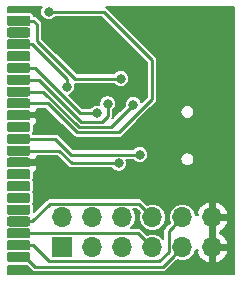
<source format=gbr>
G04 #@! TF.GenerationSoftware,KiCad,Pcbnew,5.1.2+dfsg1-1*
G04 #@! TF.CreationDate,2019-07-11T20:13:01+09:00*
G04 #@! TF.ProjectId,slice_sdusbios,736c6963-655f-4736-9475-7362696f732e,rev?*
G04 #@! TF.SameCoordinates,Original*
G04 #@! TF.FileFunction,Copper,L2,Bot*
G04 #@! TF.FilePolarity,Positive*
%FSLAX46Y46*%
G04 Gerber Fmt 4.6, Leading zero omitted, Abs format (unit mm)*
G04 Created by KiCad (PCBNEW 5.1.2+dfsg1-1) date 2019-07-11 20:13:01*
%MOMM*%
%LPD*%
G04 APERTURE LIST*
%ADD10C,0.150000*%
%ADD11C,0.850000*%
%ADD12R,0.850000X0.850000*%
%ADD13O,0.850000X0.850000*%
%ADD14O,1.700000X1.700000*%
%ADD15R,1.700000X1.700000*%
%ADD16C,0.800000*%
%ADD17C,0.250000*%
%ADD18C,0.127000*%
G04 APERTURE END LIST*
D10*
G36*
X145478329Y-104076023D02*
G01*
X145498957Y-104079083D01*
X145519185Y-104084150D01*
X145538820Y-104091176D01*
X145557672Y-104100092D01*
X145575559Y-104110813D01*
X145592309Y-104123235D01*
X145607760Y-104137240D01*
X145621765Y-104152691D01*
X145634187Y-104169441D01*
X145644908Y-104187328D01*
X145653824Y-104206180D01*
X145660850Y-104225815D01*
X145665917Y-104246043D01*
X145668977Y-104266671D01*
X145670000Y-104287500D01*
X145670000Y-104712500D01*
X145668977Y-104733329D01*
X145665917Y-104753957D01*
X145660850Y-104774185D01*
X145653824Y-104793820D01*
X145644908Y-104812672D01*
X145634187Y-104830559D01*
X145621765Y-104847309D01*
X145607760Y-104862760D01*
X145592309Y-104876765D01*
X145575559Y-104889187D01*
X145557672Y-104899908D01*
X145538820Y-104908824D01*
X145519185Y-104915850D01*
X145498957Y-104920917D01*
X145478329Y-104923977D01*
X145457500Y-104925000D01*
X143882500Y-104925000D01*
X143861671Y-104923977D01*
X143841043Y-104920917D01*
X143820815Y-104915850D01*
X143801180Y-104908824D01*
X143782328Y-104899908D01*
X143764441Y-104889187D01*
X143747691Y-104876765D01*
X143732240Y-104862760D01*
X143718235Y-104847309D01*
X143705813Y-104830559D01*
X143695092Y-104812672D01*
X143686176Y-104793820D01*
X143679150Y-104774185D01*
X143674083Y-104753957D01*
X143671023Y-104733329D01*
X143670000Y-104712500D01*
X143670000Y-104287500D01*
X143671023Y-104266671D01*
X143674083Y-104246043D01*
X143679150Y-104225815D01*
X143686176Y-104206180D01*
X143695092Y-104187328D01*
X143705813Y-104169441D01*
X143718235Y-104152691D01*
X143732240Y-104137240D01*
X143747691Y-104123235D01*
X143764441Y-104110813D01*
X143782328Y-104100092D01*
X143801180Y-104091176D01*
X143820815Y-104084150D01*
X143841043Y-104079083D01*
X143861671Y-104076023D01*
X143882500Y-104075000D01*
X145457500Y-104075000D01*
X145478329Y-104076023D01*
X145478329Y-104076023D01*
G37*
D11*
X144670000Y-104500000D03*
D10*
G36*
X145478329Y-103076023D02*
G01*
X145498957Y-103079083D01*
X145519185Y-103084150D01*
X145538820Y-103091176D01*
X145557672Y-103100092D01*
X145575559Y-103110813D01*
X145592309Y-103123235D01*
X145607760Y-103137240D01*
X145621765Y-103152691D01*
X145634187Y-103169441D01*
X145644908Y-103187328D01*
X145653824Y-103206180D01*
X145660850Y-103225815D01*
X145665917Y-103246043D01*
X145668977Y-103266671D01*
X145670000Y-103287500D01*
X145670000Y-103712500D01*
X145668977Y-103733329D01*
X145665917Y-103753957D01*
X145660850Y-103774185D01*
X145653824Y-103793820D01*
X145644908Y-103812672D01*
X145634187Y-103830559D01*
X145621765Y-103847309D01*
X145607760Y-103862760D01*
X145592309Y-103876765D01*
X145575559Y-103889187D01*
X145557672Y-103899908D01*
X145538820Y-103908824D01*
X145519185Y-103915850D01*
X145498957Y-103920917D01*
X145478329Y-103923977D01*
X145457500Y-103925000D01*
X143882500Y-103925000D01*
X143861671Y-103923977D01*
X143841043Y-103920917D01*
X143820815Y-103915850D01*
X143801180Y-103908824D01*
X143782328Y-103899908D01*
X143764441Y-103889187D01*
X143747691Y-103876765D01*
X143732240Y-103862760D01*
X143718235Y-103847309D01*
X143705813Y-103830559D01*
X143695092Y-103812672D01*
X143686176Y-103793820D01*
X143679150Y-103774185D01*
X143674083Y-103753957D01*
X143671023Y-103733329D01*
X143670000Y-103712500D01*
X143670000Y-103287500D01*
X143671023Y-103266671D01*
X143674083Y-103246043D01*
X143679150Y-103225815D01*
X143686176Y-103206180D01*
X143695092Y-103187328D01*
X143705813Y-103169441D01*
X143718235Y-103152691D01*
X143732240Y-103137240D01*
X143747691Y-103123235D01*
X143764441Y-103110813D01*
X143782328Y-103100092D01*
X143801180Y-103091176D01*
X143820815Y-103084150D01*
X143841043Y-103079083D01*
X143861671Y-103076023D01*
X143882500Y-103075000D01*
X145457500Y-103075000D01*
X145478329Y-103076023D01*
X145478329Y-103076023D01*
G37*
D11*
X144670000Y-103500000D03*
D10*
G36*
X145478329Y-102076023D02*
G01*
X145498957Y-102079083D01*
X145519185Y-102084150D01*
X145538820Y-102091176D01*
X145557672Y-102100092D01*
X145575559Y-102110813D01*
X145592309Y-102123235D01*
X145607760Y-102137240D01*
X145621765Y-102152691D01*
X145634187Y-102169441D01*
X145644908Y-102187328D01*
X145653824Y-102206180D01*
X145660850Y-102225815D01*
X145665917Y-102246043D01*
X145668977Y-102266671D01*
X145670000Y-102287500D01*
X145670000Y-102712500D01*
X145668977Y-102733329D01*
X145665917Y-102753957D01*
X145660850Y-102774185D01*
X145653824Y-102793820D01*
X145644908Y-102812672D01*
X145634187Y-102830559D01*
X145621765Y-102847309D01*
X145607760Y-102862760D01*
X145592309Y-102876765D01*
X145575559Y-102889187D01*
X145557672Y-102899908D01*
X145538820Y-102908824D01*
X145519185Y-102915850D01*
X145498957Y-102920917D01*
X145478329Y-102923977D01*
X145457500Y-102925000D01*
X143882500Y-102925000D01*
X143861671Y-102923977D01*
X143841043Y-102920917D01*
X143820815Y-102915850D01*
X143801180Y-102908824D01*
X143782328Y-102899908D01*
X143764441Y-102889187D01*
X143747691Y-102876765D01*
X143732240Y-102862760D01*
X143718235Y-102847309D01*
X143705813Y-102830559D01*
X143695092Y-102812672D01*
X143686176Y-102793820D01*
X143679150Y-102774185D01*
X143674083Y-102753957D01*
X143671023Y-102733329D01*
X143670000Y-102712500D01*
X143670000Y-102287500D01*
X143671023Y-102266671D01*
X143674083Y-102246043D01*
X143679150Y-102225815D01*
X143686176Y-102206180D01*
X143695092Y-102187328D01*
X143705813Y-102169441D01*
X143718235Y-102152691D01*
X143732240Y-102137240D01*
X143747691Y-102123235D01*
X143764441Y-102110813D01*
X143782328Y-102100092D01*
X143801180Y-102091176D01*
X143820815Y-102084150D01*
X143841043Y-102079083D01*
X143861671Y-102076023D01*
X143882500Y-102075000D01*
X145457500Y-102075000D01*
X145478329Y-102076023D01*
X145478329Y-102076023D01*
G37*
D11*
X144670000Y-102500000D03*
D10*
G36*
X145478329Y-101076023D02*
G01*
X145498957Y-101079083D01*
X145519185Y-101084150D01*
X145538820Y-101091176D01*
X145557672Y-101100092D01*
X145575559Y-101110813D01*
X145592309Y-101123235D01*
X145607760Y-101137240D01*
X145621765Y-101152691D01*
X145634187Y-101169441D01*
X145644908Y-101187328D01*
X145653824Y-101206180D01*
X145660850Y-101225815D01*
X145665917Y-101246043D01*
X145668977Y-101266671D01*
X145670000Y-101287500D01*
X145670000Y-101712500D01*
X145668977Y-101733329D01*
X145665917Y-101753957D01*
X145660850Y-101774185D01*
X145653824Y-101793820D01*
X145644908Y-101812672D01*
X145634187Y-101830559D01*
X145621765Y-101847309D01*
X145607760Y-101862760D01*
X145592309Y-101876765D01*
X145575559Y-101889187D01*
X145557672Y-101899908D01*
X145538820Y-101908824D01*
X145519185Y-101915850D01*
X145498957Y-101920917D01*
X145478329Y-101923977D01*
X145457500Y-101925000D01*
X143882500Y-101925000D01*
X143861671Y-101923977D01*
X143841043Y-101920917D01*
X143820815Y-101915850D01*
X143801180Y-101908824D01*
X143782328Y-101899908D01*
X143764441Y-101889187D01*
X143747691Y-101876765D01*
X143732240Y-101862760D01*
X143718235Y-101847309D01*
X143705813Y-101830559D01*
X143695092Y-101812672D01*
X143686176Y-101793820D01*
X143679150Y-101774185D01*
X143674083Y-101753957D01*
X143671023Y-101733329D01*
X143670000Y-101712500D01*
X143670000Y-101287500D01*
X143671023Y-101266671D01*
X143674083Y-101246043D01*
X143679150Y-101225815D01*
X143686176Y-101206180D01*
X143695092Y-101187328D01*
X143705813Y-101169441D01*
X143718235Y-101152691D01*
X143732240Y-101137240D01*
X143747691Y-101123235D01*
X143764441Y-101110813D01*
X143782328Y-101100092D01*
X143801180Y-101091176D01*
X143820815Y-101084150D01*
X143841043Y-101079083D01*
X143861671Y-101076023D01*
X143882500Y-101075000D01*
X145457500Y-101075000D01*
X145478329Y-101076023D01*
X145478329Y-101076023D01*
G37*
D11*
X144670000Y-101500000D03*
D10*
G36*
X145478329Y-100076023D02*
G01*
X145498957Y-100079083D01*
X145519185Y-100084150D01*
X145538820Y-100091176D01*
X145557672Y-100100092D01*
X145575559Y-100110813D01*
X145592309Y-100123235D01*
X145607760Y-100137240D01*
X145621765Y-100152691D01*
X145634187Y-100169441D01*
X145644908Y-100187328D01*
X145653824Y-100206180D01*
X145660850Y-100225815D01*
X145665917Y-100246043D01*
X145668977Y-100266671D01*
X145670000Y-100287500D01*
X145670000Y-100712500D01*
X145668977Y-100733329D01*
X145665917Y-100753957D01*
X145660850Y-100774185D01*
X145653824Y-100793820D01*
X145644908Y-100812672D01*
X145634187Y-100830559D01*
X145621765Y-100847309D01*
X145607760Y-100862760D01*
X145592309Y-100876765D01*
X145575559Y-100889187D01*
X145557672Y-100899908D01*
X145538820Y-100908824D01*
X145519185Y-100915850D01*
X145498957Y-100920917D01*
X145478329Y-100923977D01*
X145457500Y-100925000D01*
X143882500Y-100925000D01*
X143861671Y-100923977D01*
X143841043Y-100920917D01*
X143820815Y-100915850D01*
X143801180Y-100908824D01*
X143782328Y-100899908D01*
X143764441Y-100889187D01*
X143747691Y-100876765D01*
X143732240Y-100862760D01*
X143718235Y-100847309D01*
X143705813Y-100830559D01*
X143695092Y-100812672D01*
X143686176Y-100793820D01*
X143679150Y-100774185D01*
X143674083Y-100753957D01*
X143671023Y-100733329D01*
X143670000Y-100712500D01*
X143670000Y-100287500D01*
X143671023Y-100266671D01*
X143674083Y-100246043D01*
X143679150Y-100225815D01*
X143686176Y-100206180D01*
X143695092Y-100187328D01*
X143705813Y-100169441D01*
X143718235Y-100152691D01*
X143732240Y-100137240D01*
X143747691Y-100123235D01*
X143764441Y-100110813D01*
X143782328Y-100100092D01*
X143801180Y-100091176D01*
X143820815Y-100084150D01*
X143841043Y-100079083D01*
X143861671Y-100076023D01*
X143882500Y-100075000D01*
X145457500Y-100075000D01*
X145478329Y-100076023D01*
X145478329Y-100076023D01*
G37*
D11*
X144670000Y-100500000D03*
D10*
G36*
X145478329Y-99076023D02*
G01*
X145498957Y-99079083D01*
X145519185Y-99084150D01*
X145538820Y-99091176D01*
X145557672Y-99100092D01*
X145575559Y-99110813D01*
X145592309Y-99123235D01*
X145607760Y-99137240D01*
X145621765Y-99152691D01*
X145634187Y-99169441D01*
X145644908Y-99187328D01*
X145653824Y-99206180D01*
X145660850Y-99225815D01*
X145665917Y-99246043D01*
X145668977Y-99266671D01*
X145670000Y-99287500D01*
X145670000Y-99712500D01*
X145668977Y-99733329D01*
X145665917Y-99753957D01*
X145660850Y-99774185D01*
X145653824Y-99793820D01*
X145644908Y-99812672D01*
X145634187Y-99830559D01*
X145621765Y-99847309D01*
X145607760Y-99862760D01*
X145592309Y-99876765D01*
X145575559Y-99889187D01*
X145557672Y-99899908D01*
X145538820Y-99908824D01*
X145519185Y-99915850D01*
X145498957Y-99920917D01*
X145478329Y-99923977D01*
X145457500Y-99925000D01*
X143882500Y-99925000D01*
X143861671Y-99923977D01*
X143841043Y-99920917D01*
X143820815Y-99915850D01*
X143801180Y-99908824D01*
X143782328Y-99899908D01*
X143764441Y-99889187D01*
X143747691Y-99876765D01*
X143732240Y-99862760D01*
X143718235Y-99847309D01*
X143705813Y-99830559D01*
X143695092Y-99812672D01*
X143686176Y-99793820D01*
X143679150Y-99774185D01*
X143674083Y-99753957D01*
X143671023Y-99733329D01*
X143670000Y-99712500D01*
X143670000Y-99287500D01*
X143671023Y-99266671D01*
X143674083Y-99246043D01*
X143679150Y-99225815D01*
X143686176Y-99206180D01*
X143695092Y-99187328D01*
X143705813Y-99169441D01*
X143718235Y-99152691D01*
X143732240Y-99137240D01*
X143747691Y-99123235D01*
X143764441Y-99110813D01*
X143782328Y-99100092D01*
X143801180Y-99091176D01*
X143820815Y-99084150D01*
X143841043Y-99079083D01*
X143861671Y-99076023D01*
X143882500Y-99075000D01*
X145457500Y-99075000D01*
X145478329Y-99076023D01*
X145478329Y-99076023D01*
G37*
D11*
X144670000Y-99500000D03*
D10*
G36*
X145478329Y-98076023D02*
G01*
X145498957Y-98079083D01*
X145519185Y-98084150D01*
X145538820Y-98091176D01*
X145557672Y-98100092D01*
X145575559Y-98110813D01*
X145592309Y-98123235D01*
X145607760Y-98137240D01*
X145621765Y-98152691D01*
X145634187Y-98169441D01*
X145644908Y-98187328D01*
X145653824Y-98206180D01*
X145660850Y-98225815D01*
X145665917Y-98246043D01*
X145668977Y-98266671D01*
X145670000Y-98287500D01*
X145670000Y-98712500D01*
X145668977Y-98733329D01*
X145665917Y-98753957D01*
X145660850Y-98774185D01*
X145653824Y-98793820D01*
X145644908Y-98812672D01*
X145634187Y-98830559D01*
X145621765Y-98847309D01*
X145607760Y-98862760D01*
X145592309Y-98876765D01*
X145575559Y-98889187D01*
X145557672Y-98899908D01*
X145538820Y-98908824D01*
X145519185Y-98915850D01*
X145498957Y-98920917D01*
X145478329Y-98923977D01*
X145457500Y-98925000D01*
X143882500Y-98925000D01*
X143861671Y-98923977D01*
X143841043Y-98920917D01*
X143820815Y-98915850D01*
X143801180Y-98908824D01*
X143782328Y-98899908D01*
X143764441Y-98889187D01*
X143747691Y-98876765D01*
X143732240Y-98862760D01*
X143718235Y-98847309D01*
X143705813Y-98830559D01*
X143695092Y-98812672D01*
X143686176Y-98793820D01*
X143679150Y-98774185D01*
X143674083Y-98753957D01*
X143671023Y-98733329D01*
X143670000Y-98712500D01*
X143670000Y-98287500D01*
X143671023Y-98266671D01*
X143674083Y-98246043D01*
X143679150Y-98225815D01*
X143686176Y-98206180D01*
X143695092Y-98187328D01*
X143705813Y-98169441D01*
X143718235Y-98152691D01*
X143732240Y-98137240D01*
X143747691Y-98123235D01*
X143764441Y-98110813D01*
X143782328Y-98100092D01*
X143801180Y-98091176D01*
X143820815Y-98084150D01*
X143841043Y-98079083D01*
X143861671Y-98076023D01*
X143882500Y-98075000D01*
X145457500Y-98075000D01*
X145478329Y-98076023D01*
X145478329Y-98076023D01*
G37*
D11*
X144670000Y-98500000D03*
D10*
G36*
X145478329Y-97076023D02*
G01*
X145498957Y-97079083D01*
X145519185Y-97084150D01*
X145538820Y-97091176D01*
X145557672Y-97100092D01*
X145575559Y-97110813D01*
X145592309Y-97123235D01*
X145607760Y-97137240D01*
X145621765Y-97152691D01*
X145634187Y-97169441D01*
X145644908Y-97187328D01*
X145653824Y-97206180D01*
X145660850Y-97225815D01*
X145665917Y-97246043D01*
X145668977Y-97266671D01*
X145670000Y-97287500D01*
X145670000Y-97712500D01*
X145668977Y-97733329D01*
X145665917Y-97753957D01*
X145660850Y-97774185D01*
X145653824Y-97793820D01*
X145644908Y-97812672D01*
X145634187Y-97830559D01*
X145621765Y-97847309D01*
X145607760Y-97862760D01*
X145592309Y-97876765D01*
X145575559Y-97889187D01*
X145557672Y-97899908D01*
X145538820Y-97908824D01*
X145519185Y-97915850D01*
X145498957Y-97920917D01*
X145478329Y-97923977D01*
X145457500Y-97925000D01*
X143882500Y-97925000D01*
X143861671Y-97923977D01*
X143841043Y-97920917D01*
X143820815Y-97915850D01*
X143801180Y-97908824D01*
X143782328Y-97899908D01*
X143764441Y-97889187D01*
X143747691Y-97876765D01*
X143732240Y-97862760D01*
X143718235Y-97847309D01*
X143705813Y-97830559D01*
X143695092Y-97812672D01*
X143686176Y-97793820D01*
X143679150Y-97774185D01*
X143674083Y-97753957D01*
X143671023Y-97733329D01*
X143670000Y-97712500D01*
X143670000Y-97287500D01*
X143671023Y-97266671D01*
X143674083Y-97246043D01*
X143679150Y-97225815D01*
X143686176Y-97206180D01*
X143695092Y-97187328D01*
X143705813Y-97169441D01*
X143718235Y-97152691D01*
X143732240Y-97137240D01*
X143747691Y-97123235D01*
X143764441Y-97110813D01*
X143782328Y-97100092D01*
X143801180Y-97091176D01*
X143820815Y-97084150D01*
X143841043Y-97079083D01*
X143861671Y-97076023D01*
X143882500Y-97075000D01*
X145457500Y-97075000D01*
X145478329Y-97076023D01*
X145478329Y-97076023D01*
G37*
D11*
X144670000Y-97500000D03*
D10*
G36*
X145478329Y-96076023D02*
G01*
X145498957Y-96079083D01*
X145519185Y-96084150D01*
X145538820Y-96091176D01*
X145557672Y-96100092D01*
X145575559Y-96110813D01*
X145592309Y-96123235D01*
X145607760Y-96137240D01*
X145621765Y-96152691D01*
X145634187Y-96169441D01*
X145644908Y-96187328D01*
X145653824Y-96206180D01*
X145660850Y-96225815D01*
X145665917Y-96246043D01*
X145668977Y-96266671D01*
X145670000Y-96287500D01*
X145670000Y-96712500D01*
X145668977Y-96733329D01*
X145665917Y-96753957D01*
X145660850Y-96774185D01*
X145653824Y-96793820D01*
X145644908Y-96812672D01*
X145634187Y-96830559D01*
X145621765Y-96847309D01*
X145607760Y-96862760D01*
X145592309Y-96876765D01*
X145575559Y-96889187D01*
X145557672Y-96899908D01*
X145538820Y-96908824D01*
X145519185Y-96915850D01*
X145498957Y-96920917D01*
X145478329Y-96923977D01*
X145457500Y-96925000D01*
X143882500Y-96925000D01*
X143861671Y-96923977D01*
X143841043Y-96920917D01*
X143820815Y-96915850D01*
X143801180Y-96908824D01*
X143782328Y-96899908D01*
X143764441Y-96889187D01*
X143747691Y-96876765D01*
X143732240Y-96862760D01*
X143718235Y-96847309D01*
X143705813Y-96830559D01*
X143695092Y-96812672D01*
X143686176Y-96793820D01*
X143679150Y-96774185D01*
X143674083Y-96753957D01*
X143671023Y-96733329D01*
X143670000Y-96712500D01*
X143670000Y-96287500D01*
X143671023Y-96266671D01*
X143674083Y-96246043D01*
X143679150Y-96225815D01*
X143686176Y-96206180D01*
X143695092Y-96187328D01*
X143705813Y-96169441D01*
X143718235Y-96152691D01*
X143732240Y-96137240D01*
X143747691Y-96123235D01*
X143764441Y-96110813D01*
X143782328Y-96100092D01*
X143801180Y-96091176D01*
X143820815Y-96084150D01*
X143841043Y-96079083D01*
X143861671Y-96076023D01*
X143882500Y-96075000D01*
X145457500Y-96075000D01*
X145478329Y-96076023D01*
X145478329Y-96076023D01*
G37*
D11*
X144670000Y-96500000D03*
D10*
G36*
X145478329Y-95076023D02*
G01*
X145498957Y-95079083D01*
X145519185Y-95084150D01*
X145538820Y-95091176D01*
X145557672Y-95100092D01*
X145575559Y-95110813D01*
X145592309Y-95123235D01*
X145607760Y-95137240D01*
X145621765Y-95152691D01*
X145634187Y-95169441D01*
X145644908Y-95187328D01*
X145653824Y-95206180D01*
X145660850Y-95225815D01*
X145665917Y-95246043D01*
X145668977Y-95266671D01*
X145670000Y-95287500D01*
X145670000Y-95712500D01*
X145668977Y-95733329D01*
X145665917Y-95753957D01*
X145660850Y-95774185D01*
X145653824Y-95793820D01*
X145644908Y-95812672D01*
X145634187Y-95830559D01*
X145621765Y-95847309D01*
X145607760Y-95862760D01*
X145592309Y-95876765D01*
X145575559Y-95889187D01*
X145557672Y-95899908D01*
X145538820Y-95908824D01*
X145519185Y-95915850D01*
X145498957Y-95920917D01*
X145478329Y-95923977D01*
X145457500Y-95925000D01*
X143882500Y-95925000D01*
X143861671Y-95923977D01*
X143841043Y-95920917D01*
X143820815Y-95915850D01*
X143801180Y-95908824D01*
X143782328Y-95899908D01*
X143764441Y-95889187D01*
X143747691Y-95876765D01*
X143732240Y-95862760D01*
X143718235Y-95847309D01*
X143705813Y-95830559D01*
X143695092Y-95812672D01*
X143686176Y-95793820D01*
X143679150Y-95774185D01*
X143674083Y-95753957D01*
X143671023Y-95733329D01*
X143670000Y-95712500D01*
X143670000Y-95287500D01*
X143671023Y-95266671D01*
X143674083Y-95246043D01*
X143679150Y-95225815D01*
X143686176Y-95206180D01*
X143695092Y-95187328D01*
X143705813Y-95169441D01*
X143718235Y-95152691D01*
X143732240Y-95137240D01*
X143747691Y-95123235D01*
X143764441Y-95110813D01*
X143782328Y-95100092D01*
X143801180Y-95091176D01*
X143820815Y-95084150D01*
X143841043Y-95079083D01*
X143861671Y-95076023D01*
X143882500Y-95075000D01*
X145457500Y-95075000D01*
X145478329Y-95076023D01*
X145478329Y-95076023D01*
G37*
D11*
X144670000Y-95500000D03*
D10*
G36*
X145478329Y-94076023D02*
G01*
X145498957Y-94079083D01*
X145519185Y-94084150D01*
X145538820Y-94091176D01*
X145557672Y-94100092D01*
X145575559Y-94110813D01*
X145592309Y-94123235D01*
X145607760Y-94137240D01*
X145621765Y-94152691D01*
X145634187Y-94169441D01*
X145644908Y-94187328D01*
X145653824Y-94206180D01*
X145660850Y-94225815D01*
X145665917Y-94246043D01*
X145668977Y-94266671D01*
X145670000Y-94287500D01*
X145670000Y-94712500D01*
X145668977Y-94733329D01*
X145665917Y-94753957D01*
X145660850Y-94774185D01*
X145653824Y-94793820D01*
X145644908Y-94812672D01*
X145634187Y-94830559D01*
X145621765Y-94847309D01*
X145607760Y-94862760D01*
X145592309Y-94876765D01*
X145575559Y-94889187D01*
X145557672Y-94899908D01*
X145538820Y-94908824D01*
X145519185Y-94915850D01*
X145498957Y-94920917D01*
X145478329Y-94923977D01*
X145457500Y-94925000D01*
X143882500Y-94925000D01*
X143861671Y-94923977D01*
X143841043Y-94920917D01*
X143820815Y-94915850D01*
X143801180Y-94908824D01*
X143782328Y-94899908D01*
X143764441Y-94889187D01*
X143747691Y-94876765D01*
X143732240Y-94862760D01*
X143718235Y-94847309D01*
X143705813Y-94830559D01*
X143695092Y-94812672D01*
X143686176Y-94793820D01*
X143679150Y-94774185D01*
X143674083Y-94753957D01*
X143671023Y-94733329D01*
X143670000Y-94712500D01*
X143670000Y-94287500D01*
X143671023Y-94266671D01*
X143674083Y-94246043D01*
X143679150Y-94225815D01*
X143686176Y-94206180D01*
X143695092Y-94187328D01*
X143705813Y-94169441D01*
X143718235Y-94152691D01*
X143732240Y-94137240D01*
X143747691Y-94123235D01*
X143764441Y-94110813D01*
X143782328Y-94100092D01*
X143801180Y-94091176D01*
X143820815Y-94084150D01*
X143841043Y-94079083D01*
X143861671Y-94076023D01*
X143882500Y-94075000D01*
X145457500Y-94075000D01*
X145478329Y-94076023D01*
X145478329Y-94076023D01*
G37*
D11*
X144670000Y-94500000D03*
D10*
G36*
X145478329Y-93076023D02*
G01*
X145498957Y-93079083D01*
X145519185Y-93084150D01*
X145538820Y-93091176D01*
X145557672Y-93100092D01*
X145575559Y-93110813D01*
X145592309Y-93123235D01*
X145607760Y-93137240D01*
X145621765Y-93152691D01*
X145634187Y-93169441D01*
X145644908Y-93187328D01*
X145653824Y-93206180D01*
X145660850Y-93225815D01*
X145665917Y-93246043D01*
X145668977Y-93266671D01*
X145670000Y-93287500D01*
X145670000Y-93712500D01*
X145668977Y-93733329D01*
X145665917Y-93753957D01*
X145660850Y-93774185D01*
X145653824Y-93793820D01*
X145644908Y-93812672D01*
X145634187Y-93830559D01*
X145621765Y-93847309D01*
X145607760Y-93862760D01*
X145592309Y-93876765D01*
X145575559Y-93889187D01*
X145557672Y-93899908D01*
X145538820Y-93908824D01*
X145519185Y-93915850D01*
X145498957Y-93920917D01*
X145478329Y-93923977D01*
X145457500Y-93925000D01*
X143882500Y-93925000D01*
X143861671Y-93923977D01*
X143841043Y-93920917D01*
X143820815Y-93915850D01*
X143801180Y-93908824D01*
X143782328Y-93899908D01*
X143764441Y-93889187D01*
X143747691Y-93876765D01*
X143732240Y-93862760D01*
X143718235Y-93847309D01*
X143705813Y-93830559D01*
X143695092Y-93812672D01*
X143686176Y-93793820D01*
X143679150Y-93774185D01*
X143674083Y-93753957D01*
X143671023Y-93733329D01*
X143670000Y-93712500D01*
X143670000Y-93287500D01*
X143671023Y-93266671D01*
X143674083Y-93246043D01*
X143679150Y-93225815D01*
X143686176Y-93206180D01*
X143695092Y-93187328D01*
X143705813Y-93169441D01*
X143718235Y-93152691D01*
X143732240Y-93137240D01*
X143747691Y-93123235D01*
X143764441Y-93110813D01*
X143782328Y-93100092D01*
X143801180Y-93091176D01*
X143820815Y-93084150D01*
X143841043Y-93079083D01*
X143861671Y-93076023D01*
X143882500Y-93075000D01*
X145457500Y-93075000D01*
X145478329Y-93076023D01*
X145478329Y-93076023D01*
G37*
D11*
X144670000Y-93500000D03*
D10*
G36*
X145478329Y-92076023D02*
G01*
X145498957Y-92079083D01*
X145519185Y-92084150D01*
X145538820Y-92091176D01*
X145557672Y-92100092D01*
X145575559Y-92110813D01*
X145592309Y-92123235D01*
X145607760Y-92137240D01*
X145621765Y-92152691D01*
X145634187Y-92169441D01*
X145644908Y-92187328D01*
X145653824Y-92206180D01*
X145660850Y-92225815D01*
X145665917Y-92246043D01*
X145668977Y-92266671D01*
X145670000Y-92287500D01*
X145670000Y-92712500D01*
X145668977Y-92733329D01*
X145665917Y-92753957D01*
X145660850Y-92774185D01*
X145653824Y-92793820D01*
X145644908Y-92812672D01*
X145634187Y-92830559D01*
X145621765Y-92847309D01*
X145607760Y-92862760D01*
X145592309Y-92876765D01*
X145575559Y-92889187D01*
X145557672Y-92899908D01*
X145538820Y-92908824D01*
X145519185Y-92915850D01*
X145498957Y-92920917D01*
X145478329Y-92923977D01*
X145457500Y-92925000D01*
X143882500Y-92925000D01*
X143861671Y-92923977D01*
X143841043Y-92920917D01*
X143820815Y-92915850D01*
X143801180Y-92908824D01*
X143782328Y-92899908D01*
X143764441Y-92889187D01*
X143747691Y-92876765D01*
X143732240Y-92862760D01*
X143718235Y-92847309D01*
X143705813Y-92830559D01*
X143695092Y-92812672D01*
X143686176Y-92793820D01*
X143679150Y-92774185D01*
X143674083Y-92753957D01*
X143671023Y-92733329D01*
X143670000Y-92712500D01*
X143670000Y-92287500D01*
X143671023Y-92266671D01*
X143674083Y-92246043D01*
X143679150Y-92225815D01*
X143686176Y-92206180D01*
X143695092Y-92187328D01*
X143705813Y-92169441D01*
X143718235Y-92152691D01*
X143732240Y-92137240D01*
X143747691Y-92123235D01*
X143764441Y-92110813D01*
X143782328Y-92100092D01*
X143801180Y-92091176D01*
X143820815Y-92084150D01*
X143841043Y-92079083D01*
X143861671Y-92076023D01*
X143882500Y-92075000D01*
X145457500Y-92075000D01*
X145478329Y-92076023D01*
X145478329Y-92076023D01*
G37*
D11*
X144670000Y-92500000D03*
D10*
G36*
X145478329Y-91076023D02*
G01*
X145498957Y-91079083D01*
X145519185Y-91084150D01*
X145538820Y-91091176D01*
X145557672Y-91100092D01*
X145575559Y-91110813D01*
X145592309Y-91123235D01*
X145607760Y-91137240D01*
X145621765Y-91152691D01*
X145634187Y-91169441D01*
X145644908Y-91187328D01*
X145653824Y-91206180D01*
X145660850Y-91225815D01*
X145665917Y-91246043D01*
X145668977Y-91266671D01*
X145670000Y-91287500D01*
X145670000Y-91712500D01*
X145668977Y-91733329D01*
X145665917Y-91753957D01*
X145660850Y-91774185D01*
X145653824Y-91793820D01*
X145644908Y-91812672D01*
X145634187Y-91830559D01*
X145621765Y-91847309D01*
X145607760Y-91862760D01*
X145592309Y-91876765D01*
X145575559Y-91889187D01*
X145557672Y-91899908D01*
X145538820Y-91908824D01*
X145519185Y-91915850D01*
X145498957Y-91920917D01*
X145478329Y-91923977D01*
X145457500Y-91925000D01*
X143882500Y-91925000D01*
X143861671Y-91923977D01*
X143841043Y-91920917D01*
X143820815Y-91915850D01*
X143801180Y-91908824D01*
X143782328Y-91899908D01*
X143764441Y-91889187D01*
X143747691Y-91876765D01*
X143732240Y-91862760D01*
X143718235Y-91847309D01*
X143705813Y-91830559D01*
X143695092Y-91812672D01*
X143686176Y-91793820D01*
X143679150Y-91774185D01*
X143674083Y-91753957D01*
X143671023Y-91733329D01*
X143670000Y-91712500D01*
X143670000Y-91287500D01*
X143671023Y-91266671D01*
X143674083Y-91246043D01*
X143679150Y-91225815D01*
X143686176Y-91206180D01*
X143695092Y-91187328D01*
X143705813Y-91169441D01*
X143718235Y-91152691D01*
X143732240Y-91137240D01*
X143747691Y-91123235D01*
X143764441Y-91110813D01*
X143782328Y-91100092D01*
X143801180Y-91091176D01*
X143820815Y-91084150D01*
X143841043Y-91079083D01*
X143861671Y-91076023D01*
X143882500Y-91075000D01*
X145457500Y-91075000D01*
X145478329Y-91076023D01*
X145478329Y-91076023D01*
G37*
D11*
X144670000Y-91500000D03*
D10*
G36*
X145478329Y-90076023D02*
G01*
X145498957Y-90079083D01*
X145519185Y-90084150D01*
X145538820Y-90091176D01*
X145557672Y-90100092D01*
X145575559Y-90110813D01*
X145592309Y-90123235D01*
X145607760Y-90137240D01*
X145621765Y-90152691D01*
X145634187Y-90169441D01*
X145644908Y-90187328D01*
X145653824Y-90206180D01*
X145660850Y-90225815D01*
X145665917Y-90246043D01*
X145668977Y-90266671D01*
X145670000Y-90287500D01*
X145670000Y-90712500D01*
X145668977Y-90733329D01*
X145665917Y-90753957D01*
X145660850Y-90774185D01*
X145653824Y-90793820D01*
X145644908Y-90812672D01*
X145634187Y-90830559D01*
X145621765Y-90847309D01*
X145607760Y-90862760D01*
X145592309Y-90876765D01*
X145575559Y-90889187D01*
X145557672Y-90899908D01*
X145538820Y-90908824D01*
X145519185Y-90915850D01*
X145498957Y-90920917D01*
X145478329Y-90923977D01*
X145457500Y-90925000D01*
X143882500Y-90925000D01*
X143861671Y-90923977D01*
X143841043Y-90920917D01*
X143820815Y-90915850D01*
X143801180Y-90908824D01*
X143782328Y-90899908D01*
X143764441Y-90889187D01*
X143747691Y-90876765D01*
X143732240Y-90862760D01*
X143718235Y-90847309D01*
X143705813Y-90830559D01*
X143695092Y-90812672D01*
X143686176Y-90793820D01*
X143679150Y-90774185D01*
X143674083Y-90753957D01*
X143671023Y-90733329D01*
X143670000Y-90712500D01*
X143670000Y-90287500D01*
X143671023Y-90266671D01*
X143674083Y-90246043D01*
X143679150Y-90225815D01*
X143686176Y-90206180D01*
X143695092Y-90187328D01*
X143705813Y-90169441D01*
X143718235Y-90152691D01*
X143732240Y-90137240D01*
X143747691Y-90123235D01*
X143764441Y-90110813D01*
X143782328Y-90100092D01*
X143801180Y-90091176D01*
X143820815Y-90084150D01*
X143841043Y-90079083D01*
X143861671Y-90076023D01*
X143882500Y-90075000D01*
X145457500Y-90075000D01*
X145478329Y-90076023D01*
X145478329Y-90076023D01*
G37*
D11*
X144670000Y-90500000D03*
D10*
G36*
X145478329Y-89076023D02*
G01*
X145498957Y-89079083D01*
X145519185Y-89084150D01*
X145538820Y-89091176D01*
X145557672Y-89100092D01*
X145575559Y-89110813D01*
X145592309Y-89123235D01*
X145607760Y-89137240D01*
X145621765Y-89152691D01*
X145634187Y-89169441D01*
X145644908Y-89187328D01*
X145653824Y-89206180D01*
X145660850Y-89225815D01*
X145665917Y-89246043D01*
X145668977Y-89266671D01*
X145670000Y-89287500D01*
X145670000Y-89712500D01*
X145668977Y-89733329D01*
X145665917Y-89753957D01*
X145660850Y-89774185D01*
X145653824Y-89793820D01*
X145644908Y-89812672D01*
X145634187Y-89830559D01*
X145621765Y-89847309D01*
X145607760Y-89862760D01*
X145592309Y-89876765D01*
X145575559Y-89889187D01*
X145557672Y-89899908D01*
X145538820Y-89908824D01*
X145519185Y-89915850D01*
X145498957Y-89920917D01*
X145478329Y-89923977D01*
X145457500Y-89925000D01*
X143882500Y-89925000D01*
X143861671Y-89923977D01*
X143841043Y-89920917D01*
X143820815Y-89915850D01*
X143801180Y-89908824D01*
X143782328Y-89899908D01*
X143764441Y-89889187D01*
X143747691Y-89876765D01*
X143732240Y-89862760D01*
X143718235Y-89847309D01*
X143705813Y-89830559D01*
X143695092Y-89812672D01*
X143686176Y-89793820D01*
X143679150Y-89774185D01*
X143674083Y-89753957D01*
X143671023Y-89733329D01*
X143670000Y-89712500D01*
X143670000Y-89287500D01*
X143671023Y-89266671D01*
X143674083Y-89246043D01*
X143679150Y-89225815D01*
X143686176Y-89206180D01*
X143695092Y-89187328D01*
X143705813Y-89169441D01*
X143718235Y-89152691D01*
X143732240Y-89137240D01*
X143747691Y-89123235D01*
X143764441Y-89110813D01*
X143782328Y-89100092D01*
X143801180Y-89091176D01*
X143820815Y-89084150D01*
X143841043Y-89079083D01*
X143861671Y-89076023D01*
X143882500Y-89075000D01*
X145457500Y-89075000D01*
X145478329Y-89076023D01*
X145478329Y-89076023D01*
G37*
D11*
X144670000Y-89500000D03*
D10*
G36*
X145478329Y-88076023D02*
G01*
X145498957Y-88079083D01*
X145519185Y-88084150D01*
X145538820Y-88091176D01*
X145557672Y-88100092D01*
X145575559Y-88110813D01*
X145592309Y-88123235D01*
X145607760Y-88137240D01*
X145621765Y-88152691D01*
X145634187Y-88169441D01*
X145644908Y-88187328D01*
X145653824Y-88206180D01*
X145660850Y-88225815D01*
X145665917Y-88246043D01*
X145668977Y-88266671D01*
X145670000Y-88287500D01*
X145670000Y-88712500D01*
X145668977Y-88733329D01*
X145665917Y-88753957D01*
X145660850Y-88774185D01*
X145653824Y-88793820D01*
X145644908Y-88812672D01*
X145634187Y-88830559D01*
X145621765Y-88847309D01*
X145607760Y-88862760D01*
X145592309Y-88876765D01*
X145575559Y-88889187D01*
X145557672Y-88899908D01*
X145538820Y-88908824D01*
X145519185Y-88915850D01*
X145498957Y-88920917D01*
X145478329Y-88923977D01*
X145457500Y-88925000D01*
X143882500Y-88925000D01*
X143861671Y-88923977D01*
X143841043Y-88920917D01*
X143820815Y-88915850D01*
X143801180Y-88908824D01*
X143782328Y-88899908D01*
X143764441Y-88889187D01*
X143747691Y-88876765D01*
X143732240Y-88862760D01*
X143718235Y-88847309D01*
X143705813Y-88830559D01*
X143695092Y-88812672D01*
X143686176Y-88793820D01*
X143679150Y-88774185D01*
X143674083Y-88753957D01*
X143671023Y-88733329D01*
X143670000Y-88712500D01*
X143670000Y-88287500D01*
X143671023Y-88266671D01*
X143674083Y-88246043D01*
X143679150Y-88225815D01*
X143686176Y-88206180D01*
X143695092Y-88187328D01*
X143705813Y-88169441D01*
X143718235Y-88152691D01*
X143732240Y-88137240D01*
X143747691Y-88123235D01*
X143764441Y-88110813D01*
X143782328Y-88100092D01*
X143801180Y-88091176D01*
X143820815Y-88084150D01*
X143841043Y-88079083D01*
X143861671Y-88076023D01*
X143882500Y-88075000D01*
X145457500Y-88075000D01*
X145478329Y-88076023D01*
X145478329Y-88076023D01*
G37*
D11*
X144670000Y-88500000D03*
D10*
G36*
X145478329Y-87076023D02*
G01*
X145498957Y-87079083D01*
X145519185Y-87084150D01*
X145538820Y-87091176D01*
X145557672Y-87100092D01*
X145575559Y-87110813D01*
X145592309Y-87123235D01*
X145607760Y-87137240D01*
X145621765Y-87152691D01*
X145634187Y-87169441D01*
X145644908Y-87187328D01*
X145653824Y-87206180D01*
X145660850Y-87225815D01*
X145665917Y-87246043D01*
X145668977Y-87266671D01*
X145670000Y-87287500D01*
X145670000Y-87712500D01*
X145668977Y-87733329D01*
X145665917Y-87753957D01*
X145660850Y-87774185D01*
X145653824Y-87793820D01*
X145644908Y-87812672D01*
X145634187Y-87830559D01*
X145621765Y-87847309D01*
X145607760Y-87862760D01*
X145592309Y-87876765D01*
X145575559Y-87889187D01*
X145557672Y-87899908D01*
X145538820Y-87908824D01*
X145519185Y-87915850D01*
X145498957Y-87920917D01*
X145478329Y-87923977D01*
X145457500Y-87925000D01*
X143882500Y-87925000D01*
X143861671Y-87923977D01*
X143841043Y-87920917D01*
X143820815Y-87915850D01*
X143801180Y-87908824D01*
X143782328Y-87899908D01*
X143764441Y-87889187D01*
X143747691Y-87876765D01*
X143732240Y-87862760D01*
X143718235Y-87847309D01*
X143705813Y-87830559D01*
X143695092Y-87812672D01*
X143686176Y-87793820D01*
X143679150Y-87774185D01*
X143674083Y-87753957D01*
X143671023Y-87733329D01*
X143670000Y-87712500D01*
X143670000Y-87287500D01*
X143671023Y-87266671D01*
X143674083Y-87246043D01*
X143679150Y-87225815D01*
X143686176Y-87206180D01*
X143695092Y-87187328D01*
X143705813Y-87169441D01*
X143718235Y-87152691D01*
X143732240Y-87137240D01*
X143747691Y-87123235D01*
X143764441Y-87110813D01*
X143782328Y-87100092D01*
X143801180Y-87091176D01*
X143820815Y-87084150D01*
X143841043Y-87079083D01*
X143861671Y-87076023D01*
X143882500Y-87075000D01*
X145457500Y-87075000D01*
X145478329Y-87076023D01*
X145478329Y-87076023D01*
G37*
D11*
X144670000Y-87500000D03*
D10*
G36*
X145478329Y-86076023D02*
G01*
X145498957Y-86079083D01*
X145519185Y-86084150D01*
X145538820Y-86091176D01*
X145557672Y-86100092D01*
X145575559Y-86110813D01*
X145592309Y-86123235D01*
X145607760Y-86137240D01*
X145621765Y-86152691D01*
X145634187Y-86169441D01*
X145644908Y-86187328D01*
X145653824Y-86206180D01*
X145660850Y-86225815D01*
X145665917Y-86246043D01*
X145668977Y-86266671D01*
X145670000Y-86287500D01*
X145670000Y-86712500D01*
X145668977Y-86733329D01*
X145665917Y-86753957D01*
X145660850Y-86774185D01*
X145653824Y-86793820D01*
X145644908Y-86812672D01*
X145634187Y-86830559D01*
X145621765Y-86847309D01*
X145607760Y-86862760D01*
X145592309Y-86876765D01*
X145575559Y-86889187D01*
X145557672Y-86899908D01*
X145538820Y-86908824D01*
X145519185Y-86915850D01*
X145498957Y-86920917D01*
X145478329Y-86923977D01*
X145457500Y-86925000D01*
X143882500Y-86925000D01*
X143861671Y-86923977D01*
X143841043Y-86920917D01*
X143820815Y-86915850D01*
X143801180Y-86908824D01*
X143782328Y-86899908D01*
X143764441Y-86889187D01*
X143747691Y-86876765D01*
X143732240Y-86862760D01*
X143718235Y-86847309D01*
X143705813Y-86830559D01*
X143695092Y-86812672D01*
X143686176Y-86793820D01*
X143679150Y-86774185D01*
X143674083Y-86753957D01*
X143671023Y-86733329D01*
X143670000Y-86712500D01*
X143670000Y-86287500D01*
X143671023Y-86266671D01*
X143674083Y-86246043D01*
X143679150Y-86225815D01*
X143686176Y-86206180D01*
X143695092Y-86187328D01*
X143705813Y-86169441D01*
X143718235Y-86152691D01*
X143732240Y-86137240D01*
X143747691Y-86123235D01*
X143764441Y-86110813D01*
X143782328Y-86100092D01*
X143801180Y-86091176D01*
X143820815Y-86084150D01*
X143841043Y-86079083D01*
X143861671Y-86076023D01*
X143882500Y-86075000D01*
X145457500Y-86075000D01*
X145478329Y-86076023D01*
X145478329Y-86076023D01*
G37*
D11*
X144670000Y-86500000D03*
D10*
G36*
X145478329Y-85076023D02*
G01*
X145498957Y-85079083D01*
X145519185Y-85084150D01*
X145538820Y-85091176D01*
X145557672Y-85100092D01*
X145575559Y-85110813D01*
X145592309Y-85123235D01*
X145607760Y-85137240D01*
X145621765Y-85152691D01*
X145634187Y-85169441D01*
X145644908Y-85187328D01*
X145653824Y-85206180D01*
X145660850Y-85225815D01*
X145665917Y-85246043D01*
X145668977Y-85266671D01*
X145670000Y-85287500D01*
X145670000Y-85712500D01*
X145668977Y-85733329D01*
X145665917Y-85753957D01*
X145660850Y-85774185D01*
X145653824Y-85793820D01*
X145644908Y-85812672D01*
X145634187Y-85830559D01*
X145621765Y-85847309D01*
X145607760Y-85862760D01*
X145592309Y-85876765D01*
X145575559Y-85889187D01*
X145557672Y-85899908D01*
X145538820Y-85908824D01*
X145519185Y-85915850D01*
X145498957Y-85920917D01*
X145478329Y-85923977D01*
X145457500Y-85925000D01*
X143882500Y-85925000D01*
X143861671Y-85923977D01*
X143841043Y-85920917D01*
X143820815Y-85915850D01*
X143801180Y-85908824D01*
X143782328Y-85899908D01*
X143764441Y-85889187D01*
X143747691Y-85876765D01*
X143732240Y-85862760D01*
X143718235Y-85847309D01*
X143705813Y-85830559D01*
X143695092Y-85812672D01*
X143686176Y-85793820D01*
X143679150Y-85774185D01*
X143674083Y-85753957D01*
X143671023Y-85733329D01*
X143670000Y-85712500D01*
X143670000Y-85287500D01*
X143671023Y-85266671D01*
X143674083Y-85246043D01*
X143679150Y-85225815D01*
X143686176Y-85206180D01*
X143695092Y-85187328D01*
X143705813Y-85169441D01*
X143718235Y-85152691D01*
X143732240Y-85137240D01*
X143747691Y-85123235D01*
X143764441Y-85110813D01*
X143782328Y-85100092D01*
X143801180Y-85091176D01*
X143820815Y-85084150D01*
X143841043Y-85079083D01*
X143861671Y-85076023D01*
X143882500Y-85075000D01*
X145457500Y-85075000D01*
X145478329Y-85076023D01*
X145478329Y-85076023D01*
G37*
D11*
X144670000Y-85500000D03*
D10*
G36*
X145478329Y-84076023D02*
G01*
X145498957Y-84079083D01*
X145519185Y-84084150D01*
X145538820Y-84091176D01*
X145557672Y-84100092D01*
X145575559Y-84110813D01*
X145592309Y-84123235D01*
X145607760Y-84137240D01*
X145621765Y-84152691D01*
X145634187Y-84169441D01*
X145644908Y-84187328D01*
X145653824Y-84206180D01*
X145660850Y-84225815D01*
X145665917Y-84246043D01*
X145668977Y-84266671D01*
X145670000Y-84287500D01*
X145670000Y-84712500D01*
X145668977Y-84733329D01*
X145665917Y-84753957D01*
X145660850Y-84774185D01*
X145653824Y-84793820D01*
X145644908Y-84812672D01*
X145634187Y-84830559D01*
X145621765Y-84847309D01*
X145607760Y-84862760D01*
X145592309Y-84876765D01*
X145575559Y-84889187D01*
X145557672Y-84899908D01*
X145538820Y-84908824D01*
X145519185Y-84915850D01*
X145498957Y-84920917D01*
X145478329Y-84923977D01*
X145457500Y-84925000D01*
X143882500Y-84925000D01*
X143861671Y-84923977D01*
X143841043Y-84920917D01*
X143820815Y-84915850D01*
X143801180Y-84908824D01*
X143782328Y-84899908D01*
X143764441Y-84889187D01*
X143747691Y-84876765D01*
X143732240Y-84862760D01*
X143718235Y-84847309D01*
X143705813Y-84830559D01*
X143695092Y-84812672D01*
X143686176Y-84793820D01*
X143679150Y-84774185D01*
X143674083Y-84753957D01*
X143671023Y-84733329D01*
X143670000Y-84712500D01*
X143670000Y-84287500D01*
X143671023Y-84266671D01*
X143674083Y-84246043D01*
X143679150Y-84225815D01*
X143686176Y-84206180D01*
X143695092Y-84187328D01*
X143705813Y-84169441D01*
X143718235Y-84152691D01*
X143732240Y-84137240D01*
X143747691Y-84123235D01*
X143764441Y-84110813D01*
X143782328Y-84100092D01*
X143801180Y-84091176D01*
X143820815Y-84084150D01*
X143841043Y-84079083D01*
X143861671Y-84076023D01*
X143882500Y-84075000D01*
X145457500Y-84075000D01*
X145478329Y-84076023D01*
X145478329Y-84076023D01*
G37*
D11*
X144670000Y-84500000D03*
D12*
X145250000Y-84500000D03*
D13*
X145250000Y-85500000D03*
X145250000Y-86500000D03*
X145250000Y-87500000D03*
X145250000Y-88500000D03*
X145250000Y-89500000D03*
X145250000Y-90500000D03*
X145250000Y-91500000D03*
X145250000Y-92500000D03*
X145250000Y-93500000D03*
X145250000Y-94500000D03*
X145250000Y-95500000D03*
X145250000Y-96500000D03*
X145250000Y-97500000D03*
X145250000Y-98500000D03*
X145250000Y-99500000D03*
X145250000Y-100500000D03*
X145250000Y-101500000D03*
X145250000Y-102500000D03*
X145250000Y-103500000D03*
X145250000Y-104500000D03*
D14*
X161100000Y-101160000D03*
X161100000Y-103700000D03*
X158560000Y-101160000D03*
X158560000Y-103700000D03*
X156020000Y-101160000D03*
X156020000Y-103700000D03*
X153480000Y-101160000D03*
X153480000Y-103700000D03*
X150940000Y-101160000D03*
X150940000Y-103700000D03*
X148400000Y-101160000D03*
D15*
X148400000Y-103700000D03*
D16*
X162000000Y-84000000D03*
X157000000Y-85000000D03*
X155000000Y-85000000D03*
X151000000Y-86000000D03*
X162000000Y-86000000D03*
X152000000Y-95000000D03*
X156000000Y-97000000D03*
X150000000Y-95000000D03*
X148000000Y-97000000D03*
X156000000Y-99000000D03*
X153160000Y-96565000D03*
X154940000Y-95840000D03*
X147220000Y-83750000D03*
X154400000Y-91600000D03*
X152230000Y-91540000D03*
X151325032Y-92334968D03*
X148770000Y-90100000D03*
X153320000Y-89400000D03*
D17*
X157710001Y-104549999D02*
X158560000Y-103700000D01*
X146075011Y-105325011D02*
X156934989Y-105325011D01*
X156934989Y-105325011D02*
X157710001Y-104549999D01*
X145250000Y-104500000D02*
X146075011Y-105325011D01*
X157384999Y-102335001D02*
X157710001Y-102009999D01*
X157710001Y-102009999D02*
X158560000Y-101160000D01*
X157384999Y-104074003D02*
X157384999Y-102335001D01*
X156584001Y-104875001D02*
X157384999Y-104074003D01*
X147289999Y-104875001D02*
X156584001Y-104875001D01*
X145914998Y-103500000D02*
X147289999Y-104875001D01*
X145250000Y-103500000D02*
X145914998Y-103500000D01*
X154820000Y-102500000D02*
X145250000Y-102500000D01*
X156020000Y-103700000D02*
X154820000Y-102500000D01*
X155170001Y-100310001D02*
X156020000Y-101160000D01*
X154844999Y-99984999D02*
X155170001Y-100310001D01*
X147366041Y-99984999D02*
X154844999Y-99984999D01*
X145851040Y-101500000D02*
X147366041Y-99984999D01*
X145250000Y-101500000D02*
X145851040Y-101500000D01*
X161100000Y-101160000D02*
X161100000Y-103700000D01*
X153160000Y-96565000D02*
X149198590Y-96565000D01*
X148133590Y-95500000D02*
X145770000Y-95500000D01*
X145770000Y-95500000D02*
X144670000Y-95500000D01*
X149198590Y-96565000D02*
X148133590Y-95500000D01*
X149110000Y-95840000D02*
X154940000Y-95840000D01*
X144670000Y-94500000D02*
X147770000Y-94500000D01*
X147770000Y-94500000D02*
X149110000Y-95840000D01*
X151883002Y-83750000D02*
X147785685Y-83750000D01*
X153170000Y-93960000D02*
X156000000Y-91130000D01*
X144670000Y-91500000D02*
X147140000Y-91500000D01*
X149600000Y-93960000D02*
X153170000Y-93960000D01*
X156000000Y-87866998D02*
X151883002Y-83750000D01*
X156000000Y-91130000D02*
X156000000Y-87866998D01*
X147140000Y-91500000D02*
X149600000Y-93960000D01*
X147785685Y-83750000D02*
X147220000Y-83750000D01*
X154000001Y-91999999D02*
X154400000Y-91600000D01*
X152490011Y-93509989D02*
X154000001Y-91999999D01*
X149786399Y-93509989D02*
X152490011Y-93509989D01*
X145250000Y-90500000D02*
X146776410Y-90500000D01*
X146776410Y-90500000D02*
X149786399Y-93509989D01*
X145250000Y-89500000D02*
X146412820Y-89500000D01*
X146412820Y-89500000D02*
X149972798Y-93059978D01*
X152230000Y-92105685D02*
X152230000Y-91540000D01*
X149972798Y-93059978D02*
X151720022Y-93059978D01*
X151720022Y-93059978D02*
X152230000Y-92550000D01*
X152230000Y-92550000D02*
X152230000Y-92105685D01*
X145250000Y-88500000D02*
X146049230Y-88500000D01*
X150759347Y-92334968D02*
X151325032Y-92334968D01*
X146049230Y-88500000D02*
X149884198Y-92334968D01*
X149884198Y-92334968D02*
X150759347Y-92334968D01*
X148770000Y-89534315D02*
X148770000Y-90100000D01*
X145250000Y-86500000D02*
X145851040Y-86500000D01*
X145851040Y-86500000D02*
X148770000Y-89418960D01*
X148770000Y-89418960D02*
X148770000Y-89534315D01*
X145250000Y-85500000D02*
X144670000Y-85500000D01*
X145925000Y-84500000D02*
X145250000Y-84500000D01*
X153320000Y-89400000D02*
X149420000Y-89400000D01*
X146230000Y-84805000D02*
X145925000Y-84500000D01*
X146230000Y-86210000D02*
X146230000Y-84805000D01*
X149420000Y-89400000D02*
X146230000Y-86210000D01*
D18*
G36*
X162907501Y-105907500D02*
G01*
X143767500Y-105907500D01*
X143767500Y-105230394D01*
X143778802Y-105233823D01*
X143882500Y-105244036D01*
X145368246Y-105244036D01*
X145746746Y-105622536D01*
X145760602Y-105639420D01*
X145827982Y-105694716D01*
X145904854Y-105735806D01*
X145988266Y-105761108D01*
X146053274Y-105767511D01*
X146053277Y-105767511D01*
X146075011Y-105769652D01*
X146096745Y-105767511D01*
X156913255Y-105767511D01*
X156934989Y-105769652D01*
X156956723Y-105767511D01*
X156956726Y-105767511D01*
X157021734Y-105761108D01*
X157105146Y-105735806D01*
X157182018Y-105694716D01*
X157249398Y-105639420D01*
X157263259Y-105622530D01*
X158105116Y-104780673D01*
X158111055Y-104783848D01*
X158331130Y-104850607D01*
X158502645Y-104867500D01*
X158617355Y-104867500D01*
X158788870Y-104850607D01*
X159008945Y-104783848D01*
X159211767Y-104675438D01*
X159389542Y-104529542D01*
X159535438Y-104351767D01*
X159643848Y-104148945D01*
X159710607Y-103928870D01*
X159714386Y-103890502D01*
X159834189Y-103890502D01*
X159738459Y-104108522D01*
X159844319Y-104366296D01*
X159998434Y-104598465D01*
X160194882Y-104796106D01*
X160426113Y-104951624D01*
X160683241Y-105059043D01*
X160691480Y-105061533D01*
X160909500Y-104964354D01*
X160909500Y-103890500D01*
X161290500Y-103890500D01*
X161290500Y-104964354D01*
X161508520Y-105061533D01*
X161516759Y-105059043D01*
X161773887Y-104951624D01*
X162005118Y-104796106D01*
X162201566Y-104598465D01*
X162355681Y-104366296D01*
X162461541Y-104108522D01*
X162365810Y-103890500D01*
X161290500Y-103890500D01*
X160909500Y-103890500D01*
X160889500Y-103890500D01*
X160889500Y-103509500D01*
X160909500Y-103509500D01*
X160909500Y-102435646D01*
X160896833Y-102430000D01*
X160909500Y-102424354D01*
X160909500Y-101350500D01*
X161290500Y-101350500D01*
X161290500Y-102424354D01*
X161303167Y-102430000D01*
X161290500Y-102435646D01*
X161290500Y-103509500D01*
X162365810Y-103509500D01*
X162461541Y-103291478D01*
X162355681Y-103033704D01*
X162201566Y-102801535D01*
X162005118Y-102603894D01*
X161773887Y-102448376D01*
X161729901Y-102430000D01*
X161773887Y-102411624D01*
X162005118Y-102256106D01*
X162201566Y-102058465D01*
X162355681Y-101826296D01*
X162461541Y-101568522D01*
X162365810Y-101350500D01*
X161290500Y-101350500D01*
X160909500Y-101350500D01*
X160889500Y-101350500D01*
X160889500Y-100969500D01*
X160909500Y-100969500D01*
X160909500Y-99895646D01*
X161290500Y-99895646D01*
X161290500Y-100969500D01*
X162365810Y-100969500D01*
X162461541Y-100751478D01*
X162355681Y-100493704D01*
X162201566Y-100261535D01*
X162005118Y-100063894D01*
X161773887Y-99908376D01*
X161516759Y-99800957D01*
X161508520Y-99798467D01*
X161290500Y-99895646D01*
X160909500Y-99895646D01*
X160691480Y-99798467D01*
X160683241Y-99800957D01*
X160426113Y-99908376D01*
X160194882Y-100063894D01*
X159998434Y-100261535D01*
X159844319Y-100493704D01*
X159738459Y-100751478D01*
X159834189Y-100969498D01*
X159714386Y-100969498D01*
X159710607Y-100931130D01*
X159643848Y-100711055D01*
X159535438Y-100508233D01*
X159389542Y-100330458D01*
X159211767Y-100184562D01*
X159008945Y-100076152D01*
X158788870Y-100009393D01*
X158617355Y-99992500D01*
X158502645Y-99992500D01*
X158331130Y-100009393D01*
X158111055Y-100076152D01*
X157908233Y-100184562D01*
X157730458Y-100330458D01*
X157584562Y-100508233D01*
X157476152Y-100711055D01*
X157409393Y-100931130D01*
X157386851Y-101160000D01*
X157409393Y-101388870D01*
X157476152Y-101608945D01*
X157479327Y-101614884D01*
X157087475Y-102006736D01*
X157070591Y-102020592D01*
X157056735Y-102037476D01*
X157056734Y-102037477D01*
X157015294Y-102087972D01*
X156974204Y-102164845D01*
X156948903Y-102248256D01*
X156940358Y-102335001D01*
X156942500Y-102356745D01*
X156942500Y-102983727D01*
X156849542Y-102870458D01*
X156671767Y-102724562D01*
X156468945Y-102616152D01*
X156248870Y-102549393D01*
X156077355Y-102532500D01*
X155962645Y-102532500D01*
X155791130Y-102549393D01*
X155571055Y-102616152D01*
X155565116Y-102619327D01*
X155148270Y-102202481D01*
X155134409Y-102185591D01*
X155067029Y-102130295D01*
X154990157Y-102089205D01*
X154906745Y-102063903D01*
X154841737Y-102057500D01*
X154841734Y-102057500D01*
X154820000Y-102055359D01*
X154798266Y-102057500D01*
X154226735Y-102057500D01*
X154309542Y-101989542D01*
X154455438Y-101811767D01*
X154563848Y-101608945D01*
X154630607Y-101388870D01*
X154653149Y-101160000D01*
X154630607Y-100931130D01*
X154563848Y-100711055D01*
X154455438Y-100508233D01*
X154389181Y-100427499D01*
X154661710Y-100427499D01*
X154939327Y-100705116D01*
X154936152Y-100711055D01*
X154869393Y-100931130D01*
X154846851Y-101160000D01*
X154869393Y-101388870D01*
X154936152Y-101608945D01*
X155044562Y-101811767D01*
X155190458Y-101989542D01*
X155368233Y-102135438D01*
X155571055Y-102243848D01*
X155791130Y-102310607D01*
X155962645Y-102327500D01*
X156077355Y-102327500D01*
X156248870Y-102310607D01*
X156468945Y-102243848D01*
X156671767Y-102135438D01*
X156849542Y-101989542D01*
X156995438Y-101811767D01*
X157103848Y-101608945D01*
X157170607Y-101388870D01*
X157193149Y-101160000D01*
X157170607Y-100931130D01*
X157103848Y-100711055D01*
X156995438Y-100508233D01*
X156849542Y-100330458D01*
X156671767Y-100184562D01*
X156468945Y-100076152D01*
X156248870Y-100009393D01*
X156077355Y-99992500D01*
X155962645Y-99992500D01*
X155791130Y-100009393D01*
X155571055Y-100076152D01*
X155565116Y-100079327D01*
X155173269Y-99687480D01*
X155159408Y-99670590D01*
X155092028Y-99615294D01*
X155015156Y-99574204D01*
X154931744Y-99548902D01*
X154866736Y-99542499D01*
X154866733Y-99542499D01*
X154844999Y-99540358D01*
X154823265Y-99542499D01*
X147387775Y-99542499D01*
X147366041Y-99540358D01*
X147344306Y-99542499D01*
X147344304Y-99542499D01*
X147279296Y-99548902D01*
X147195884Y-99574204D01*
X147119011Y-99615294D01*
X147082138Y-99645555D01*
X147051632Y-99670590D01*
X147037776Y-99687474D01*
X145986445Y-100738805D01*
X145989036Y-100712500D01*
X145989036Y-100571640D01*
X145996092Y-100500000D01*
X145989036Y-100428360D01*
X145989036Y-100287500D01*
X145978823Y-100183802D01*
X145948575Y-100084090D01*
X145903628Y-100000000D01*
X145948575Y-99915910D01*
X145978823Y-99816198D01*
X145989036Y-99712500D01*
X145989036Y-99571640D01*
X145996092Y-99500000D01*
X145989036Y-99428360D01*
X145989036Y-99287500D01*
X145978823Y-99183802D01*
X145948575Y-99084090D01*
X145903628Y-99000000D01*
X145948575Y-98915910D01*
X145978823Y-98816198D01*
X145989036Y-98712500D01*
X145989036Y-98571640D01*
X145996092Y-98500000D01*
X145989036Y-98428360D01*
X145989036Y-98287500D01*
X145978823Y-98183802D01*
X145948575Y-98084090D01*
X145903628Y-98000000D01*
X145948575Y-97915910D01*
X145978823Y-97816198D01*
X145989036Y-97712500D01*
X145989036Y-97571640D01*
X145996092Y-97500000D01*
X145989036Y-97428360D01*
X145989036Y-97402489D01*
X145989045Y-97402484D01*
X146076067Y-97331067D01*
X146147484Y-97244045D01*
X146200552Y-97144762D01*
X146233231Y-97037034D01*
X146244265Y-96925000D01*
X146241500Y-96833375D01*
X146098625Y-96690500D01*
X144459500Y-96690500D01*
X144459500Y-96309500D01*
X146098625Y-96309500D01*
X146241500Y-96166625D01*
X146244265Y-96075000D01*
X146233231Y-95962966D01*
X146227023Y-95942500D01*
X147950301Y-95942500D01*
X148870320Y-96862519D01*
X148884181Y-96879409D01*
X148951561Y-96934705D01*
X149028433Y-96975795D01*
X149111845Y-97001097D01*
X149176853Y-97007500D01*
X149176855Y-97007500D01*
X149198589Y-97009641D01*
X149220323Y-97007500D01*
X152592738Y-97007500D01*
X152602681Y-97022380D01*
X152702620Y-97122319D01*
X152820136Y-97200841D01*
X152950713Y-97254927D01*
X153089332Y-97282500D01*
X153230668Y-97282500D01*
X153369287Y-97254927D01*
X153499864Y-97200841D01*
X153617380Y-97122319D01*
X153717319Y-97022380D01*
X153795841Y-96904864D01*
X153849927Y-96774287D01*
X153877500Y-96635668D01*
X153877500Y-96494332D01*
X153849927Y-96355713D01*
X153819602Y-96282500D01*
X154372738Y-96282500D01*
X154382681Y-96297380D01*
X154482620Y-96397319D01*
X154600136Y-96475841D01*
X154730713Y-96529927D01*
X154869332Y-96557500D01*
X155010668Y-96557500D01*
X155149287Y-96529927D01*
X155279864Y-96475841D01*
X155397380Y-96397319D01*
X155497319Y-96297380D01*
X155575841Y-96179864D01*
X155579245Y-96171644D01*
X158377500Y-96171644D01*
X158377500Y-96288356D01*
X158400269Y-96402826D01*
X158444933Y-96510654D01*
X158509775Y-96607697D01*
X158592303Y-96690225D01*
X158689346Y-96755067D01*
X158797174Y-96799731D01*
X158911644Y-96822500D01*
X159028356Y-96822500D01*
X159142826Y-96799731D01*
X159250654Y-96755067D01*
X159347697Y-96690225D01*
X159430225Y-96607697D01*
X159495067Y-96510654D01*
X159539731Y-96402826D01*
X159562500Y-96288356D01*
X159562500Y-96171644D01*
X159539731Y-96057174D01*
X159495067Y-95949346D01*
X159430225Y-95852303D01*
X159347697Y-95769775D01*
X159250654Y-95704933D01*
X159142826Y-95660269D01*
X159028356Y-95637500D01*
X158911644Y-95637500D01*
X158797174Y-95660269D01*
X158689346Y-95704933D01*
X158592303Y-95769775D01*
X158509775Y-95852303D01*
X158444933Y-95949346D01*
X158400269Y-96057174D01*
X158377500Y-96171644D01*
X155579245Y-96171644D01*
X155629927Y-96049287D01*
X155657500Y-95910668D01*
X155657500Y-95769332D01*
X155629927Y-95630713D01*
X155575841Y-95500136D01*
X155497319Y-95382620D01*
X155397380Y-95282681D01*
X155279864Y-95204159D01*
X155149287Y-95150073D01*
X155010668Y-95122500D01*
X154869332Y-95122500D01*
X154730713Y-95150073D01*
X154600136Y-95204159D01*
X154482620Y-95282681D01*
X154382681Y-95382620D01*
X154372738Y-95397500D01*
X149293290Y-95397500D01*
X148098270Y-94202480D01*
X148084409Y-94185591D01*
X148017029Y-94130295D01*
X147940157Y-94089205D01*
X147856745Y-94063903D01*
X147791737Y-94057500D01*
X147791734Y-94057500D01*
X147770000Y-94055359D01*
X147748266Y-94057500D01*
X145934362Y-94057500D01*
X145903628Y-94000000D01*
X145948575Y-93915910D01*
X145978823Y-93816198D01*
X145989036Y-93712500D01*
X145989036Y-93571640D01*
X145996092Y-93500000D01*
X145989036Y-93428360D01*
X145989036Y-93402489D01*
X145989045Y-93402484D01*
X146076067Y-93331067D01*
X146147484Y-93244045D01*
X146200552Y-93144762D01*
X146233231Y-93037034D01*
X146244265Y-92925000D01*
X146241500Y-92833375D01*
X146098625Y-92690500D01*
X144459500Y-92690500D01*
X144459500Y-92309500D01*
X146098625Y-92309500D01*
X146241500Y-92166625D01*
X146244265Y-92075000D01*
X146233231Y-91962966D01*
X146227023Y-91942500D01*
X146956711Y-91942500D01*
X149271730Y-94257519D01*
X149285591Y-94274409D01*
X149352971Y-94329705D01*
X149429843Y-94370795D01*
X149513255Y-94396097D01*
X149578263Y-94402500D01*
X149578265Y-94402500D01*
X149599999Y-94404641D01*
X149621733Y-94402500D01*
X153148266Y-94402500D01*
X153170000Y-94404641D01*
X153191734Y-94402500D01*
X153191737Y-94402500D01*
X153256745Y-94396097D01*
X153340157Y-94370795D01*
X153417029Y-94329705D01*
X153484409Y-94274409D01*
X153498270Y-94257519D01*
X155584145Y-92171644D01*
X158377500Y-92171644D01*
X158377500Y-92288356D01*
X158400269Y-92402826D01*
X158444933Y-92510654D01*
X158509775Y-92607697D01*
X158592303Y-92690225D01*
X158689346Y-92755067D01*
X158797174Y-92799731D01*
X158911644Y-92822500D01*
X159028356Y-92822500D01*
X159142826Y-92799731D01*
X159250654Y-92755067D01*
X159347697Y-92690225D01*
X159430225Y-92607697D01*
X159495067Y-92510654D01*
X159539731Y-92402826D01*
X159562500Y-92288356D01*
X159562500Y-92171644D01*
X159539731Y-92057174D01*
X159495067Y-91949346D01*
X159430225Y-91852303D01*
X159347697Y-91769775D01*
X159250654Y-91704933D01*
X159142826Y-91660269D01*
X159028356Y-91637500D01*
X158911644Y-91637500D01*
X158797174Y-91660269D01*
X158689346Y-91704933D01*
X158592303Y-91769775D01*
X158509775Y-91852303D01*
X158444933Y-91949346D01*
X158400269Y-92057174D01*
X158377500Y-92171644D01*
X155584145Y-92171644D01*
X156297521Y-91458268D01*
X156314409Y-91444409D01*
X156369705Y-91377029D01*
X156410795Y-91300157D01*
X156436097Y-91216745D01*
X156442500Y-91151737D01*
X156442500Y-91151735D01*
X156444641Y-91130001D01*
X156442500Y-91108267D01*
X156442500Y-87888731D01*
X156444641Y-87866997D01*
X156439637Y-87816198D01*
X156436097Y-87780253D01*
X156410795Y-87696841D01*
X156369705Y-87619969D01*
X156314409Y-87552589D01*
X156297519Y-87538728D01*
X152211272Y-83452481D01*
X152197411Y-83435591D01*
X152130031Y-83380295D01*
X152059323Y-83342500D01*
X162907500Y-83342500D01*
X162907501Y-105907500D01*
X162907501Y-105907500D01*
G37*
X162907501Y-105907500D02*
X143767500Y-105907500D01*
X143767500Y-105230394D01*
X143778802Y-105233823D01*
X143882500Y-105244036D01*
X145368246Y-105244036D01*
X145746746Y-105622536D01*
X145760602Y-105639420D01*
X145827982Y-105694716D01*
X145904854Y-105735806D01*
X145988266Y-105761108D01*
X146053274Y-105767511D01*
X146053277Y-105767511D01*
X146075011Y-105769652D01*
X146096745Y-105767511D01*
X156913255Y-105767511D01*
X156934989Y-105769652D01*
X156956723Y-105767511D01*
X156956726Y-105767511D01*
X157021734Y-105761108D01*
X157105146Y-105735806D01*
X157182018Y-105694716D01*
X157249398Y-105639420D01*
X157263259Y-105622530D01*
X158105116Y-104780673D01*
X158111055Y-104783848D01*
X158331130Y-104850607D01*
X158502645Y-104867500D01*
X158617355Y-104867500D01*
X158788870Y-104850607D01*
X159008945Y-104783848D01*
X159211767Y-104675438D01*
X159389542Y-104529542D01*
X159535438Y-104351767D01*
X159643848Y-104148945D01*
X159710607Y-103928870D01*
X159714386Y-103890502D01*
X159834189Y-103890502D01*
X159738459Y-104108522D01*
X159844319Y-104366296D01*
X159998434Y-104598465D01*
X160194882Y-104796106D01*
X160426113Y-104951624D01*
X160683241Y-105059043D01*
X160691480Y-105061533D01*
X160909500Y-104964354D01*
X160909500Y-103890500D01*
X161290500Y-103890500D01*
X161290500Y-104964354D01*
X161508520Y-105061533D01*
X161516759Y-105059043D01*
X161773887Y-104951624D01*
X162005118Y-104796106D01*
X162201566Y-104598465D01*
X162355681Y-104366296D01*
X162461541Y-104108522D01*
X162365810Y-103890500D01*
X161290500Y-103890500D01*
X160909500Y-103890500D01*
X160889500Y-103890500D01*
X160889500Y-103509500D01*
X160909500Y-103509500D01*
X160909500Y-102435646D01*
X160896833Y-102430000D01*
X160909500Y-102424354D01*
X160909500Y-101350500D01*
X161290500Y-101350500D01*
X161290500Y-102424354D01*
X161303167Y-102430000D01*
X161290500Y-102435646D01*
X161290500Y-103509500D01*
X162365810Y-103509500D01*
X162461541Y-103291478D01*
X162355681Y-103033704D01*
X162201566Y-102801535D01*
X162005118Y-102603894D01*
X161773887Y-102448376D01*
X161729901Y-102430000D01*
X161773887Y-102411624D01*
X162005118Y-102256106D01*
X162201566Y-102058465D01*
X162355681Y-101826296D01*
X162461541Y-101568522D01*
X162365810Y-101350500D01*
X161290500Y-101350500D01*
X160909500Y-101350500D01*
X160889500Y-101350500D01*
X160889500Y-100969500D01*
X160909500Y-100969500D01*
X160909500Y-99895646D01*
X161290500Y-99895646D01*
X161290500Y-100969500D01*
X162365810Y-100969500D01*
X162461541Y-100751478D01*
X162355681Y-100493704D01*
X162201566Y-100261535D01*
X162005118Y-100063894D01*
X161773887Y-99908376D01*
X161516759Y-99800957D01*
X161508520Y-99798467D01*
X161290500Y-99895646D01*
X160909500Y-99895646D01*
X160691480Y-99798467D01*
X160683241Y-99800957D01*
X160426113Y-99908376D01*
X160194882Y-100063894D01*
X159998434Y-100261535D01*
X159844319Y-100493704D01*
X159738459Y-100751478D01*
X159834189Y-100969498D01*
X159714386Y-100969498D01*
X159710607Y-100931130D01*
X159643848Y-100711055D01*
X159535438Y-100508233D01*
X159389542Y-100330458D01*
X159211767Y-100184562D01*
X159008945Y-100076152D01*
X158788870Y-100009393D01*
X158617355Y-99992500D01*
X158502645Y-99992500D01*
X158331130Y-100009393D01*
X158111055Y-100076152D01*
X157908233Y-100184562D01*
X157730458Y-100330458D01*
X157584562Y-100508233D01*
X157476152Y-100711055D01*
X157409393Y-100931130D01*
X157386851Y-101160000D01*
X157409393Y-101388870D01*
X157476152Y-101608945D01*
X157479327Y-101614884D01*
X157087475Y-102006736D01*
X157070591Y-102020592D01*
X157056735Y-102037476D01*
X157056734Y-102037477D01*
X157015294Y-102087972D01*
X156974204Y-102164845D01*
X156948903Y-102248256D01*
X156940358Y-102335001D01*
X156942500Y-102356745D01*
X156942500Y-102983727D01*
X156849542Y-102870458D01*
X156671767Y-102724562D01*
X156468945Y-102616152D01*
X156248870Y-102549393D01*
X156077355Y-102532500D01*
X155962645Y-102532500D01*
X155791130Y-102549393D01*
X155571055Y-102616152D01*
X155565116Y-102619327D01*
X155148270Y-102202481D01*
X155134409Y-102185591D01*
X155067029Y-102130295D01*
X154990157Y-102089205D01*
X154906745Y-102063903D01*
X154841737Y-102057500D01*
X154841734Y-102057500D01*
X154820000Y-102055359D01*
X154798266Y-102057500D01*
X154226735Y-102057500D01*
X154309542Y-101989542D01*
X154455438Y-101811767D01*
X154563848Y-101608945D01*
X154630607Y-101388870D01*
X154653149Y-101160000D01*
X154630607Y-100931130D01*
X154563848Y-100711055D01*
X154455438Y-100508233D01*
X154389181Y-100427499D01*
X154661710Y-100427499D01*
X154939327Y-100705116D01*
X154936152Y-100711055D01*
X154869393Y-100931130D01*
X154846851Y-101160000D01*
X154869393Y-101388870D01*
X154936152Y-101608945D01*
X155044562Y-101811767D01*
X155190458Y-101989542D01*
X155368233Y-102135438D01*
X155571055Y-102243848D01*
X155791130Y-102310607D01*
X155962645Y-102327500D01*
X156077355Y-102327500D01*
X156248870Y-102310607D01*
X156468945Y-102243848D01*
X156671767Y-102135438D01*
X156849542Y-101989542D01*
X156995438Y-101811767D01*
X157103848Y-101608945D01*
X157170607Y-101388870D01*
X157193149Y-101160000D01*
X157170607Y-100931130D01*
X157103848Y-100711055D01*
X156995438Y-100508233D01*
X156849542Y-100330458D01*
X156671767Y-100184562D01*
X156468945Y-100076152D01*
X156248870Y-100009393D01*
X156077355Y-99992500D01*
X155962645Y-99992500D01*
X155791130Y-100009393D01*
X155571055Y-100076152D01*
X155565116Y-100079327D01*
X155173269Y-99687480D01*
X155159408Y-99670590D01*
X155092028Y-99615294D01*
X155015156Y-99574204D01*
X154931744Y-99548902D01*
X154866736Y-99542499D01*
X154866733Y-99542499D01*
X154844999Y-99540358D01*
X154823265Y-99542499D01*
X147387775Y-99542499D01*
X147366041Y-99540358D01*
X147344306Y-99542499D01*
X147344304Y-99542499D01*
X147279296Y-99548902D01*
X147195884Y-99574204D01*
X147119011Y-99615294D01*
X147082138Y-99645555D01*
X147051632Y-99670590D01*
X147037776Y-99687474D01*
X145986445Y-100738805D01*
X145989036Y-100712500D01*
X145989036Y-100571640D01*
X145996092Y-100500000D01*
X145989036Y-100428360D01*
X145989036Y-100287500D01*
X145978823Y-100183802D01*
X145948575Y-100084090D01*
X145903628Y-100000000D01*
X145948575Y-99915910D01*
X145978823Y-99816198D01*
X145989036Y-99712500D01*
X145989036Y-99571640D01*
X145996092Y-99500000D01*
X145989036Y-99428360D01*
X145989036Y-99287500D01*
X145978823Y-99183802D01*
X145948575Y-99084090D01*
X145903628Y-99000000D01*
X145948575Y-98915910D01*
X145978823Y-98816198D01*
X145989036Y-98712500D01*
X145989036Y-98571640D01*
X145996092Y-98500000D01*
X145989036Y-98428360D01*
X145989036Y-98287500D01*
X145978823Y-98183802D01*
X145948575Y-98084090D01*
X145903628Y-98000000D01*
X145948575Y-97915910D01*
X145978823Y-97816198D01*
X145989036Y-97712500D01*
X145989036Y-97571640D01*
X145996092Y-97500000D01*
X145989036Y-97428360D01*
X145989036Y-97402489D01*
X145989045Y-97402484D01*
X146076067Y-97331067D01*
X146147484Y-97244045D01*
X146200552Y-97144762D01*
X146233231Y-97037034D01*
X146244265Y-96925000D01*
X146241500Y-96833375D01*
X146098625Y-96690500D01*
X144459500Y-96690500D01*
X144459500Y-96309500D01*
X146098625Y-96309500D01*
X146241500Y-96166625D01*
X146244265Y-96075000D01*
X146233231Y-95962966D01*
X146227023Y-95942500D01*
X147950301Y-95942500D01*
X148870320Y-96862519D01*
X148884181Y-96879409D01*
X148951561Y-96934705D01*
X149028433Y-96975795D01*
X149111845Y-97001097D01*
X149176853Y-97007500D01*
X149176855Y-97007500D01*
X149198589Y-97009641D01*
X149220323Y-97007500D01*
X152592738Y-97007500D01*
X152602681Y-97022380D01*
X152702620Y-97122319D01*
X152820136Y-97200841D01*
X152950713Y-97254927D01*
X153089332Y-97282500D01*
X153230668Y-97282500D01*
X153369287Y-97254927D01*
X153499864Y-97200841D01*
X153617380Y-97122319D01*
X153717319Y-97022380D01*
X153795841Y-96904864D01*
X153849927Y-96774287D01*
X153877500Y-96635668D01*
X153877500Y-96494332D01*
X153849927Y-96355713D01*
X153819602Y-96282500D01*
X154372738Y-96282500D01*
X154382681Y-96297380D01*
X154482620Y-96397319D01*
X154600136Y-96475841D01*
X154730713Y-96529927D01*
X154869332Y-96557500D01*
X155010668Y-96557500D01*
X155149287Y-96529927D01*
X155279864Y-96475841D01*
X155397380Y-96397319D01*
X155497319Y-96297380D01*
X155575841Y-96179864D01*
X155579245Y-96171644D01*
X158377500Y-96171644D01*
X158377500Y-96288356D01*
X158400269Y-96402826D01*
X158444933Y-96510654D01*
X158509775Y-96607697D01*
X158592303Y-96690225D01*
X158689346Y-96755067D01*
X158797174Y-96799731D01*
X158911644Y-96822500D01*
X159028356Y-96822500D01*
X159142826Y-96799731D01*
X159250654Y-96755067D01*
X159347697Y-96690225D01*
X159430225Y-96607697D01*
X159495067Y-96510654D01*
X159539731Y-96402826D01*
X159562500Y-96288356D01*
X159562500Y-96171644D01*
X159539731Y-96057174D01*
X159495067Y-95949346D01*
X159430225Y-95852303D01*
X159347697Y-95769775D01*
X159250654Y-95704933D01*
X159142826Y-95660269D01*
X159028356Y-95637500D01*
X158911644Y-95637500D01*
X158797174Y-95660269D01*
X158689346Y-95704933D01*
X158592303Y-95769775D01*
X158509775Y-95852303D01*
X158444933Y-95949346D01*
X158400269Y-96057174D01*
X158377500Y-96171644D01*
X155579245Y-96171644D01*
X155629927Y-96049287D01*
X155657500Y-95910668D01*
X155657500Y-95769332D01*
X155629927Y-95630713D01*
X155575841Y-95500136D01*
X155497319Y-95382620D01*
X155397380Y-95282681D01*
X155279864Y-95204159D01*
X155149287Y-95150073D01*
X155010668Y-95122500D01*
X154869332Y-95122500D01*
X154730713Y-95150073D01*
X154600136Y-95204159D01*
X154482620Y-95282681D01*
X154382681Y-95382620D01*
X154372738Y-95397500D01*
X149293290Y-95397500D01*
X148098270Y-94202480D01*
X148084409Y-94185591D01*
X148017029Y-94130295D01*
X147940157Y-94089205D01*
X147856745Y-94063903D01*
X147791737Y-94057500D01*
X147791734Y-94057500D01*
X147770000Y-94055359D01*
X147748266Y-94057500D01*
X145934362Y-94057500D01*
X145903628Y-94000000D01*
X145948575Y-93915910D01*
X145978823Y-93816198D01*
X145989036Y-93712500D01*
X145989036Y-93571640D01*
X145996092Y-93500000D01*
X145989036Y-93428360D01*
X145989036Y-93402489D01*
X145989045Y-93402484D01*
X146076067Y-93331067D01*
X146147484Y-93244045D01*
X146200552Y-93144762D01*
X146233231Y-93037034D01*
X146244265Y-92925000D01*
X146241500Y-92833375D01*
X146098625Y-92690500D01*
X144459500Y-92690500D01*
X144459500Y-92309500D01*
X146098625Y-92309500D01*
X146241500Y-92166625D01*
X146244265Y-92075000D01*
X146233231Y-91962966D01*
X146227023Y-91942500D01*
X146956711Y-91942500D01*
X149271730Y-94257519D01*
X149285591Y-94274409D01*
X149352971Y-94329705D01*
X149429843Y-94370795D01*
X149513255Y-94396097D01*
X149578263Y-94402500D01*
X149578265Y-94402500D01*
X149599999Y-94404641D01*
X149621733Y-94402500D01*
X153148266Y-94402500D01*
X153170000Y-94404641D01*
X153191734Y-94402500D01*
X153191737Y-94402500D01*
X153256745Y-94396097D01*
X153340157Y-94370795D01*
X153417029Y-94329705D01*
X153484409Y-94274409D01*
X153498270Y-94257519D01*
X155584145Y-92171644D01*
X158377500Y-92171644D01*
X158377500Y-92288356D01*
X158400269Y-92402826D01*
X158444933Y-92510654D01*
X158509775Y-92607697D01*
X158592303Y-92690225D01*
X158689346Y-92755067D01*
X158797174Y-92799731D01*
X158911644Y-92822500D01*
X159028356Y-92822500D01*
X159142826Y-92799731D01*
X159250654Y-92755067D01*
X159347697Y-92690225D01*
X159430225Y-92607697D01*
X159495067Y-92510654D01*
X159539731Y-92402826D01*
X159562500Y-92288356D01*
X159562500Y-92171644D01*
X159539731Y-92057174D01*
X159495067Y-91949346D01*
X159430225Y-91852303D01*
X159347697Y-91769775D01*
X159250654Y-91704933D01*
X159142826Y-91660269D01*
X159028356Y-91637500D01*
X158911644Y-91637500D01*
X158797174Y-91660269D01*
X158689346Y-91704933D01*
X158592303Y-91769775D01*
X158509775Y-91852303D01*
X158444933Y-91949346D01*
X158400269Y-92057174D01*
X158377500Y-92171644D01*
X155584145Y-92171644D01*
X156297521Y-91458268D01*
X156314409Y-91444409D01*
X156369705Y-91377029D01*
X156410795Y-91300157D01*
X156436097Y-91216745D01*
X156442500Y-91151737D01*
X156442500Y-91151735D01*
X156444641Y-91130001D01*
X156442500Y-91108267D01*
X156442500Y-87888731D01*
X156444641Y-87866997D01*
X156439637Y-87816198D01*
X156436097Y-87780253D01*
X156410795Y-87696841D01*
X156369705Y-87619969D01*
X156314409Y-87552589D01*
X156297519Y-87538728D01*
X152211272Y-83452481D01*
X152197411Y-83435591D01*
X152130031Y-83380295D01*
X152059323Y-83342500D01*
X162907500Y-83342500D01*
X162907501Y-105907500D01*
G36*
X146584159Y-83410136D02*
G01*
X146530073Y-83540713D01*
X146502500Y-83679332D01*
X146502500Y-83820668D01*
X146530073Y-83959287D01*
X146584159Y-84089864D01*
X146662681Y-84207380D01*
X146762620Y-84307319D01*
X146880136Y-84385841D01*
X147010713Y-84439927D01*
X147149332Y-84467500D01*
X147290668Y-84467500D01*
X147429287Y-84439927D01*
X147559864Y-84385841D01*
X147677380Y-84307319D01*
X147777319Y-84207380D01*
X147787262Y-84192500D01*
X151699713Y-84192500D01*
X155557501Y-88050288D01*
X155557500Y-90946711D01*
X155093838Y-91410373D01*
X155089927Y-91390713D01*
X155035841Y-91260136D01*
X154957319Y-91142620D01*
X154857380Y-91042681D01*
X154739864Y-90964159D01*
X154609287Y-90910073D01*
X154470668Y-90882500D01*
X154329332Y-90882500D01*
X154190713Y-90910073D01*
X154060136Y-90964159D01*
X153942620Y-91042681D01*
X153842681Y-91142620D01*
X153764159Y-91260136D01*
X153710073Y-91390713D01*
X153682500Y-91529332D01*
X153682500Y-91670668D01*
X153685991Y-91688220D01*
X152625570Y-92748641D01*
X152640795Y-92720157D01*
X152649860Y-92690273D01*
X152666097Y-92636745D01*
X152672500Y-92571737D01*
X152672500Y-92571734D01*
X152674641Y-92550000D01*
X152672500Y-92528266D01*
X152672500Y-92107262D01*
X152687380Y-92097319D01*
X152787319Y-91997380D01*
X152865841Y-91879864D01*
X152919927Y-91749287D01*
X152947500Y-91610668D01*
X152947500Y-91469332D01*
X152919927Y-91330713D01*
X152865841Y-91200136D01*
X152787319Y-91082620D01*
X152687380Y-90982681D01*
X152569864Y-90904159D01*
X152439287Y-90850073D01*
X152300668Y-90822500D01*
X152159332Y-90822500D01*
X152020713Y-90850073D01*
X151890136Y-90904159D01*
X151772620Y-90982681D01*
X151672681Y-91082620D01*
X151594159Y-91200136D01*
X151540073Y-91330713D01*
X151512500Y-91469332D01*
X151512500Y-91610668D01*
X151518720Y-91641938D01*
X151395700Y-91617468D01*
X151254364Y-91617468D01*
X151115745Y-91645041D01*
X150985168Y-91699127D01*
X150867652Y-91777649D01*
X150767713Y-91877588D01*
X150757770Y-91892468D01*
X150067488Y-91892468D01*
X148967326Y-90792306D01*
X148979287Y-90789927D01*
X149109864Y-90735841D01*
X149227380Y-90657319D01*
X149327319Y-90557380D01*
X149405841Y-90439864D01*
X149459927Y-90309287D01*
X149487500Y-90170668D01*
X149487500Y-90029332D01*
X149459927Y-89890713D01*
X149440026Y-89842668D01*
X149441733Y-89842500D01*
X152752738Y-89842500D01*
X152762681Y-89857380D01*
X152862620Y-89957319D01*
X152980136Y-90035841D01*
X153110713Y-90089927D01*
X153249332Y-90117500D01*
X153390668Y-90117500D01*
X153529287Y-90089927D01*
X153659864Y-90035841D01*
X153777380Y-89957319D01*
X153877319Y-89857380D01*
X153955841Y-89739864D01*
X154009927Y-89609287D01*
X154037500Y-89470668D01*
X154037500Y-89329332D01*
X154009927Y-89190713D01*
X153955841Y-89060136D01*
X153877319Y-88942620D01*
X153777380Y-88842681D01*
X153659864Y-88764159D01*
X153529287Y-88710073D01*
X153390668Y-88682500D01*
X153249332Y-88682500D01*
X153110713Y-88710073D01*
X152980136Y-88764159D01*
X152862620Y-88842681D01*
X152762681Y-88942620D01*
X152752738Y-88957500D01*
X149603289Y-88957500D01*
X146672500Y-86026711D01*
X146672500Y-84826733D01*
X146674641Y-84804999D01*
X146672500Y-84783263D01*
X146666097Y-84718255D01*
X146640795Y-84634843D01*
X146599705Y-84557970D01*
X146558265Y-84507475D01*
X146544409Y-84490591D01*
X146527524Y-84476735D01*
X146253269Y-84202480D01*
X146239409Y-84185591D01*
X146172029Y-84130295D01*
X146095157Y-84089205D01*
X146011745Y-84063903D01*
X145992759Y-84062033D01*
X145987906Y-84012759D01*
X145969751Y-83952910D01*
X145940269Y-83897753D01*
X145900593Y-83849407D01*
X145852247Y-83809731D01*
X145797090Y-83780249D01*
X145737241Y-83762094D01*
X145675000Y-83755964D01*
X143882500Y-83755964D01*
X143778802Y-83766177D01*
X143767500Y-83769606D01*
X143767500Y-83342500D01*
X146629352Y-83342500D01*
X146584159Y-83410136D01*
X146584159Y-83410136D01*
G37*
X146584159Y-83410136D02*
X146530073Y-83540713D01*
X146502500Y-83679332D01*
X146502500Y-83820668D01*
X146530073Y-83959287D01*
X146584159Y-84089864D01*
X146662681Y-84207380D01*
X146762620Y-84307319D01*
X146880136Y-84385841D01*
X147010713Y-84439927D01*
X147149332Y-84467500D01*
X147290668Y-84467500D01*
X147429287Y-84439927D01*
X147559864Y-84385841D01*
X147677380Y-84307319D01*
X147777319Y-84207380D01*
X147787262Y-84192500D01*
X151699713Y-84192500D01*
X155557501Y-88050288D01*
X155557500Y-90946711D01*
X155093838Y-91410373D01*
X155089927Y-91390713D01*
X155035841Y-91260136D01*
X154957319Y-91142620D01*
X154857380Y-91042681D01*
X154739864Y-90964159D01*
X154609287Y-90910073D01*
X154470668Y-90882500D01*
X154329332Y-90882500D01*
X154190713Y-90910073D01*
X154060136Y-90964159D01*
X153942620Y-91042681D01*
X153842681Y-91142620D01*
X153764159Y-91260136D01*
X153710073Y-91390713D01*
X153682500Y-91529332D01*
X153682500Y-91670668D01*
X153685991Y-91688220D01*
X152625570Y-92748641D01*
X152640795Y-92720157D01*
X152649860Y-92690273D01*
X152666097Y-92636745D01*
X152672500Y-92571737D01*
X152672500Y-92571734D01*
X152674641Y-92550000D01*
X152672500Y-92528266D01*
X152672500Y-92107262D01*
X152687380Y-92097319D01*
X152787319Y-91997380D01*
X152865841Y-91879864D01*
X152919927Y-91749287D01*
X152947500Y-91610668D01*
X152947500Y-91469332D01*
X152919927Y-91330713D01*
X152865841Y-91200136D01*
X152787319Y-91082620D01*
X152687380Y-90982681D01*
X152569864Y-90904159D01*
X152439287Y-90850073D01*
X152300668Y-90822500D01*
X152159332Y-90822500D01*
X152020713Y-90850073D01*
X151890136Y-90904159D01*
X151772620Y-90982681D01*
X151672681Y-91082620D01*
X151594159Y-91200136D01*
X151540073Y-91330713D01*
X151512500Y-91469332D01*
X151512500Y-91610668D01*
X151518720Y-91641938D01*
X151395700Y-91617468D01*
X151254364Y-91617468D01*
X151115745Y-91645041D01*
X150985168Y-91699127D01*
X150867652Y-91777649D01*
X150767713Y-91877588D01*
X150757770Y-91892468D01*
X150067488Y-91892468D01*
X148967326Y-90792306D01*
X148979287Y-90789927D01*
X149109864Y-90735841D01*
X149227380Y-90657319D01*
X149327319Y-90557380D01*
X149405841Y-90439864D01*
X149459927Y-90309287D01*
X149487500Y-90170668D01*
X149487500Y-90029332D01*
X149459927Y-89890713D01*
X149440026Y-89842668D01*
X149441733Y-89842500D01*
X152752738Y-89842500D01*
X152762681Y-89857380D01*
X152862620Y-89957319D01*
X152980136Y-90035841D01*
X153110713Y-90089927D01*
X153249332Y-90117500D01*
X153390668Y-90117500D01*
X153529287Y-90089927D01*
X153659864Y-90035841D01*
X153777380Y-89957319D01*
X153877319Y-89857380D01*
X153955841Y-89739864D01*
X154009927Y-89609287D01*
X154037500Y-89470668D01*
X154037500Y-89329332D01*
X154009927Y-89190713D01*
X153955841Y-89060136D01*
X153877319Y-88942620D01*
X153777380Y-88842681D01*
X153659864Y-88764159D01*
X153529287Y-88710073D01*
X153390668Y-88682500D01*
X153249332Y-88682500D01*
X153110713Y-88710073D01*
X152980136Y-88764159D01*
X152862620Y-88842681D01*
X152762681Y-88942620D01*
X152752738Y-88957500D01*
X149603289Y-88957500D01*
X146672500Y-86026711D01*
X146672500Y-84826733D01*
X146674641Y-84804999D01*
X146672500Y-84783263D01*
X146666097Y-84718255D01*
X146640795Y-84634843D01*
X146599705Y-84557970D01*
X146558265Y-84507475D01*
X146544409Y-84490591D01*
X146527524Y-84476735D01*
X146253269Y-84202480D01*
X146239409Y-84185591D01*
X146172029Y-84130295D01*
X146095157Y-84089205D01*
X146011745Y-84063903D01*
X145992759Y-84062033D01*
X145987906Y-84012759D01*
X145969751Y-83952910D01*
X145940269Y-83897753D01*
X145900593Y-83849407D01*
X145852247Y-83809731D01*
X145797090Y-83780249D01*
X145737241Y-83762094D01*
X145675000Y-83755964D01*
X143882500Y-83755964D01*
X143778802Y-83766177D01*
X143767500Y-83769606D01*
X143767500Y-83342500D01*
X146629352Y-83342500D01*
X146584159Y-83410136D01*
M02*

</source>
